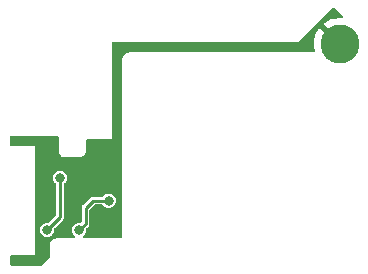
<source format=gbr>
%TF.GenerationSoftware,KiCad,Pcbnew,(6.0.8)*%
%TF.CreationDate,2022-11-07T16:33:32-05:00*%
%TF.ProjectId,3-input-or-gate,332d696e-7075-4742-9d6f-722d67617465,rev?*%
%TF.SameCoordinates,Original*%
%TF.FileFunction,Copper,L2,Bot*%
%TF.FilePolarity,Positive*%
%FSLAX46Y46*%
G04 Gerber Fmt 4.6, Leading zero omitted, Abs format (unit mm)*
G04 Created by KiCad (PCBNEW (6.0.8)) date 2022-11-07 16:33:32*
%MOMM*%
%LPD*%
G01*
G04 APERTURE LIST*
%TA.AperFunction,ComponentPad*%
%ADD10C,3.302000*%
%TD*%
%TA.AperFunction,ViaPad*%
%ADD11C,0.800000*%
%TD*%
%TA.AperFunction,Conductor*%
%ADD12C,0.250000*%
%TD*%
G04 APERTURE END LIST*
D10*
%TO.P,,9*%
%TO.N,GND*%
X170080000Y-83590000D03*
%TD*%
D11*
%TO.N,VCC5V*%
X146420000Y-94965000D03*
X145335000Y-99365000D03*
%TO.N,C*%
X148040000Y-99374500D03*
%TO.N,GND*%
X148000000Y-96940000D03*
%TO.N,C*%
X150529062Y-96884500D03*
%TD*%
D12*
%TO.N,C*%
X148575000Y-98839500D02*
X148040000Y-99374500D01*
X149180500Y-96884500D02*
X148575000Y-97490000D01*
X150529062Y-96884500D02*
X149180500Y-96884500D01*
X148575000Y-97490000D02*
X148575000Y-98839500D01*
%TO.N,VCC5V*%
X145335000Y-99365000D02*
X146420000Y-98280000D01*
X146420000Y-98280000D02*
X146420000Y-94965000D01*
%TD*%
%TA.AperFunction,Conductor*%
%TO.N,GND*%
G36*
X169636851Y-80547188D02*
G01*
X169677852Y-80573123D01*
X170359236Y-81217832D01*
X170394971Y-81279180D01*
X170391866Y-81350109D01*
X170350907Y-81408099D01*
X170285098Y-81434739D01*
X170254885Y-81434100D01*
X170242744Y-81432372D01*
X170234195Y-81431744D01*
X169948404Y-81430247D01*
X169939870Y-81430784D01*
X169656517Y-81468089D01*
X169648119Y-81469782D01*
X169372457Y-81545195D01*
X169364370Y-81548011D01*
X169101496Y-81660136D01*
X169093857Y-81664029D01*
X168848632Y-81810792D01*
X168841603Y-81815677D01*
X168757629Y-81882954D01*
X168749160Y-81895078D01*
X168755555Y-81906345D01*
X170350115Y-83500905D01*
X170384141Y-83563217D01*
X170379076Y-83634032D01*
X170350115Y-83679095D01*
X170169095Y-83860115D01*
X170106783Y-83894141D01*
X170035968Y-83889076D01*
X169990905Y-83860115D01*
X168395617Y-82264827D01*
X168383607Y-82258269D01*
X168371867Y-82267237D01*
X168243300Y-82446157D01*
X168238788Y-82453433D01*
X168105052Y-82706017D01*
X168101573Y-82713831D01*
X168003356Y-82982220D01*
X168000967Y-82990443D01*
X167940083Y-83269684D01*
X167938834Y-83278140D01*
X167916410Y-83563068D01*
X167916321Y-83571619D01*
X167932772Y-83856940D01*
X167933845Y-83865439D01*
X167987662Y-84139742D01*
X167981149Y-84210439D01*
X167937448Y-84266392D01*
X167864019Y-84290000D01*
X152400000Y-84290000D01*
X152100000Y-84360000D01*
X152091273Y-84365402D01*
X152091274Y-84365402D01*
X151947382Y-84454478D01*
X151944624Y-84456061D01*
X151943196Y-84457013D01*
X151937642Y-84459962D01*
X151936843Y-84460618D01*
X151934452Y-84461364D01*
X151934952Y-84462172D01*
X151897060Y-84485629D01*
X151897057Y-84485631D01*
X151890000Y-84490000D01*
X151858375Y-84523734D01*
X151846470Y-84534887D01*
X151811759Y-84563412D01*
X151807779Y-84568303D01*
X151752571Y-84636139D01*
X151746767Y-84642782D01*
X151740000Y-84650000D01*
X151739084Y-84651628D01*
X151735846Y-84654102D01*
X151737112Y-84655133D01*
X151719846Y-84676349D01*
X151708910Y-84689787D01*
X151633186Y-84834058D01*
X151636997Y-84835595D01*
X151637000Y-84835950D01*
X151637000Y-84841000D01*
X151635774Y-84847118D01*
X151637000Y-84853606D01*
X151637000Y-99949000D01*
X151616998Y-100017121D01*
X151590142Y-100040392D01*
X148427243Y-100058128D01*
X148416584Y-100054998D01*
X148370091Y-100001342D01*
X148359987Y-99931068D01*
X148389481Y-99866488D01*
X148408001Y-99849037D01*
X148461736Y-99807805D01*
X148468282Y-99802782D01*
X148480595Y-99786736D01*
X148559509Y-99683892D01*
X148564536Y-99677341D01*
X148625044Y-99531262D01*
X148645682Y-99374500D01*
X148636882Y-99307659D01*
X148647821Y-99237511D01*
X148672709Y-99202118D01*
X148791222Y-99083605D01*
X148799326Y-99076178D01*
X148828194Y-99051955D01*
X148833704Y-99042412D01*
X148833707Y-99042408D01*
X148847036Y-99019321D01*
X148852941Y-99010051D01*
X148868232Y-98988213D01*
X148874554Y-98979184D01*
X148877407Y-98968536D01*
X148878886Y-98965365D01*
X148880078Y-98962089D01*
X148885588Y-98952545D01*
X148892134Y-98915424D01*
X148894508Y-98904717D01*
X148904263Y-98868307D01*
X148900979Y-98830769D01*
X148900500Y-98819788D01*
X148900500Y-97677017D01*
X148920502Y-97608896D01*
X148937405Y-97587921D01*
X149278423Y-97246904D01*
X149340735Y-97212879D01*
X149367518Y-97210000D01*
X149959776Y-97210000D01*
X150027897Y-97230002D01*
X150059739Y-97259296D01*
X150100780Y-97312782D01*
X150226221Y-97409036D01*
X150372300Y-97469544D01*
X150380488Y-97470622D01*
X150450681Y-97479863D01*
X150529062Y-97490182D01*
X150537250Y-97489104D01*
X150677636Y-97470622D01*
X150685824Y-97469544D01*
X150831903Y-97409036D01*
X150957344Y-97312782D01*
X151053598Y-97187341D01*
X151114106Y-97041262D01*
X151134744Y-96884500D01*
X151114106Y-96727738D01*
X151053598Y-96581659D01*
X150957344Y-96456218D01*
X150831903Y-96359964D01*
X150685824Y-96299456D01*
X150529062Y-96278818D01*
X150372300Y-96299456D01*
X150226221Y-96359964D01*
X150100780Y-96456218D01*
X150095757Y-96462764D01*
X150059739Y-96509704D01*
X150002401Y-96551571D01*
X149959776Y-96559000D01*
X149200210Y-96559000D01*
X149189228Y-96558520D01*
X149162675Y-96556197D01*
X149162670Y-96556197D01*
X149151693Y-96555237D01*
X149115283Y-96564992D01*
X149104576Y-96567366D01*
X149067455Y-96573912D01*
X149057911Y-96579422D01*
X149054635Y-96580614D01*
X149051464Y-96582093D01*
X149040816Y-96584946D01*
X149031787Y-96591268D01*
X149009949Y-96606559D01*
X149000679Y-96612464D01*
X148977592Y-96625793D01*
X148977588Y-96625796D01*
X148968045Y-96631306D01*
X148960960Y-96639750D01*
X148943825Y-96660170D01*
X148936400Y-96668273D01*
X148358778Y-97245896D01*
X148350674Y-97253322D01*
X148321806Y-97277545D01*
X148316293Y-97287094D01*
X148302961Y-97310185D01*
X148297055Y-97319456D01*
X148275446Y-97350316D01*
X148272592Y-97360966D01*
X148271115Y-97364134D01*
X148269923Y-97367410D01*
X148264412Y-97376955D01*
X148259642Y-97404009D01*
X148257870Y-97414058D01*
X148255492Y-97424785D01*
X148245736Y-97461193D01*
X148246697Y-97472178D01*
X148246697Y-97472180D01*
X148249020Y-97498728D01*
X148249500Y-97509710D01*
X148249500Y-98652483D01*
X148229498Y-98720604D01*
X148212595Y-98741578D01*
X148212382Y-98741791D01*
X148150070Y-98775817D01*
X148106842Y-98777618D01*
X148040000Y-98768818D01*
X147883238Y-98789456D01*
X147737159Y-98849964D01*
X147611718Y-98946218D01*
X147515464Y-99071659D01*
X147454956Y-99217738D01*
X147434318Y-99374500D01*
X147454956Y-99531262D01*
X147515464Y-99677341D01*
X147520491Y-99683892D01*
X147599406Y-99786736D01*
X147611718Y-99802782D01*
X147618264Y-99807805D01*
X147671999Y-99849037D01*
X147713866Y-99906375D01*
X147718088Y-99977246D01*
X147683324Y-100039149D01*
X147639236Y-100062546D01*
X146310000Y-100070000D01*
X146155000Y-100075000D01*
X146154019Y-100075032D01*
X146153996Y-100075032D01*
X146109902Y-100076454D01*
X146109855Y-100074770D01*
X146109848Y-100074771D01*
X146107513Y-100075121D01*
X146107511Y-100075122D01*
X146095543Y-100076918D01*
X146095410Y-100076922D01*
X146094702Y-100076862D01*
X146094715Y-100076945D01*
X146000000Y-100080000D01*
X145968337Y-100096887D01*
X145964629Y-100098417D01*
X145907114Y-100122148D01*
X145842538Y-100148793D01*
X145836383Y-100153316D01*
X145767157Y-100204183D01*
X145700000Y-100240000D01*
X145671588Y-100301559D01*
X145645403Y-100332982D01*
X145640511Y-100338853D01*
X145579445Y-100464514D01*
X145550323Y-100601158D01*
X145550570Y-100608790D01*
X145550570Y-100608794D01*
X145553600Y-100702277D01*
X145551242Y-100730953D01*
X145551000Y-100732169D01*
X145551000Y-100729802D01*
X145550765Y-100729235D01*
X145550000Y-100728918D01*
X145549235Y-100729235D01*
X145549000Y-100729802D01*
X145549000Y-101235153D01*
X145548889Y-101240442D01*
X145530273Y-101683509D01*
X145527761Y-101692065D01*
X144760000Y-102400000D01*
X142278120Y-102400000D01*
X142274707Y-102398998D01*
X142228214Y-102345342D01*
X142220000Y-102309407D01*
X142220000Y-101566289D01*
X142221399Y-101561125D01*
X142274064Y-101513513D01*
X142328807Y-101501000D01*
X144299802Y-101501000D01*
X144300000Y-101501082D01*
X144300765Y-101500765D01*
X144301000Y-101500198D01*
X144301082Y-101500000D01*
X144301000Y-101499802D01*
X144301000Y-100074196D01*
X146109769Y-100074196D01*
X146109846Y-100074708D01*
X146109828Y-100074172D01*
X146109769Y-100074196D01*
X144301000Y-100074196D01*
X144301000Y-99365000D01*
X144729318Y-99365000D01*
X144749956Y-99521762D01*
X144810464Y-99667841D01*
X144906718Y-99793282D01*
X145032159Y-99889536D01*
X145178238Y-99950044D01*
X145335000Y-99970682D01*
X145343188Y-99969604D01*
X145483574Y-99951122D01*
X145491762Y-99950044D01*
X145637841Y-99889536D01*
X145763282Y-99793282D01*
X145859536Y-99667841D01*
X145920044Y-99521762D01*
X145940682Y-99365000D01*
X145931882Y-99298157D01*
X145942821Y-99228010D01*
X145967709Y-99192617D01*
X146636215Y-98524111D01*
X146644319Y-98516684D01*
X146664749Y-98499541D01*
X146673194Y-98492455D01*
X146678707Y-98482906D01*
X146692039Y-98459815D01*
X146697945Y-98450544D01*
X146713230Y-98428715D01*
X146719554Y-98419684D01*
X146722408Y-98409034D01*
X146723885Y-98405866D01*
X146725077Y-98402590D01*
X146730588Y-98393045D01*
X146737130Y-98355942D01*
X146739509Y-98345210D01*
X146749264Y-98308807D01*
X146745979Y-98271257D01*
X146745500Y-98260276D01*
X146745500Y-95534286D01*
X146765502Y-95466165D01*
X146794796Y-95434323D01*
X146841736Y-95398305D01*
X146848282Y-95393282D01*
X146944536Y-95267841D01*
X147005044Y-95121762D01*
X147025682Y-94965000D01*
X147005044Y-94808238D01*
X146944536Y-94662159D01*
X146848282Y-94536718D01*
X146722841Y-94440464D01*
X146576762Y-94379956D01*
X146420000Y-94359318D01*
X146263238Y-94379956D01*
X146117159Y-94440464D01*
X145991718Y-94536718D01*
X145895464Y-94662159D01*
X145834956Y-94808238D01*
X145814318Y-94965000D01*
X145834956Y-95121762D01*
X145895464Y-95267841D01*
X145991718Y-95393282D01*
X145998264Y-95398305D01*
X146045204Y-95434323D01*
X146087071Y-95491661D01*
X146094500Y-95534286D01*
X146094500Y-98092984D01*
X146074498Y-98161105D01*
X146057595Y-98182079D01*
X145507383Y-98732291D01*
X145445071Y-98766317D01*
X145401843Y-98768118D01*
X145335000Y-98759318D01*
X145178238Y-98779956D01*
X145032159Y-98840464D01*
X144906718Y-98936718D01*
X144901695Y-98943264D01*
X144884911Y-98965138D01*
X144810464Y-99062159D01*
X144749956Y-99208238D01*
X144729318Y-99365000D01*
X144301000Y-99365000D01*
X144301000Y-92300198D01*
X144301082Y-92300000D01*
X144300765Y-92299235D01*
X144300198Y-92299000D01*
X144300000Y-92298918D01*
X144299802Y-92299000D01*
X144201667Y-92299000D01*
X142257500Y-92270549D01*
X142220916Y-92228329D01*
X142238602Y-91423629D01*
X142274658Y-91392386D01*
X142327000Y-91381000D01*
X143949415Y-91381000D01*
X146226754Y-91408977D01*
X146245898Y-91414752D01*
X146291995Y-91468748D01*
X146303000Y-91520246D01*
X146303000Y-92560593D01*
X146302477Y-92572060D01*
X146295357Y-92649977D01*
X146293820Y-92666791D01*
X146310985Y-92793891D01*
X146313484Y-92800539D01*
X146313486Y-92800546D01*
X146327127Y-92836830D01*
X146329388Y-92844683D01*
X146330000Y-92890000D01*
X146352139Y-92906895D01*
X146352139Y-92906896D01*
X146354002Y-92908318D01*
X146356117Y-92913943D01*
X146426934Y-93020873D01*
X146432081Y-93025769D01*
X146432082Y-93025771D01*
X146470788Y-93062594D01*
X146519855Y-93109275D01*
X146525965Y-93112897D01*
X146525969Y-93112900D01*
X146621586Y-93169582D01*
X146630181Y-93174677D01*
X146752332Y-93213773D01*
X146786382Y-93216653D01*
X146789556Y-93217102D01*
X146789235Y-93217235D01*
X146788918Y-93218000D01*
X146789235Y-93218765D01*
X146789802Y-93219000D01*
X146808796Y-93219000D01*
X146819417Y-93219448D01*
X146880130Y-93224584D01*
X146880031Y-93221082D01*
X146880786Y-93220743D01*
X146880921Y-93220390D01*
X146894689Y-93219000D01*
X147568000Y-93219000D01*
X147810000Y-93230000D01*
X147859400Y-93220120D01*
X147866342Y-93219516D01*
X147866393Y-93220097D01*
X147877474Y-93219000D01*
X147937699Y-93219000D01*
X147959741Y-93222072D01*
X147959363Y-93225106D01*
X148098160Y-93225313D01*
X148232859Y-93191831D01*
X148355406Y-93126663D01*
X148458475Y-93033704D01*
X148535906Y-92918513D01*
X148583068Y-92787974D01*
X148592687Y-92693607D01*
X148610000Y-92660000D01*
X148591864Y-92079651D01*
X148591864Y-92079632D01*
X148591061Y-92053940D01*
X148591000Y-92050004D01*
X148591000Y-91821000D01*
X148611002Y-91752879D01*
X148664658Y-91706386D01*
X148694015Y-91700000D01*
X150740000Y-91700000D01*
X150740002Y-91699219D01*
X150740007Y-91696948D01*
X150753884Y-91695000D01*
X150775198Y-91695000D01*
X150775765Y-91694765D01*
X150776082Y-91694000D01*
X150775765Y-91693235D01*
X150775198Y-91693000D01*
X150769823Y-91693000D01*
X150771174Y-91691911D01*
X150772888Y-91675987D01*
X150774000Y-91668719D01*
X150774000Y-91670198D01*
X150774235Y-91670765D01*
X150775000Y-91671082D01*
X150775765Y-91670765D01*
X150776000Y-91670198D01*
X150776000Y-83552000D01*
X150796002Y-83483879D01*
X150849658Y-83437386D01*
X150902000Y-83426000D01*
X157597784Y-83426000D01*
X157598263Y-83426001D01*
X166540000Y-83460000D01*
X166574880Y-83426035D01*
X166578337Y-83429585D01*
X166578993Y-83428772D01*
X166575845Y-83425571D01*
X166624030Y-83378176D01*
X166624482Y-83377734D01*
X168159525Y-81882954D01*
X169503350Y-80574377D01*
X169566109Y-80541182D01*
X169636851Y-80547188D01*
G37*
%TD.AperFunction*%
%TD*%
%TA.AperFunction,Conductor*%
%TO.N,GND*%
G36*
X144376392Y-91381003D02*
G01*
X146177928Y-91394249D01*
X146245898Y-91414752D01*
X146281163Y-91456060D01*
X146300000Y-92445000D01*
X146290000Y-92755000D01*
X146333965Y-92862469D01*
X146349713Y-92900964D01*
X146380000Y-92975000D01*
X146419365Y-93009444D01*
X146426934Y-93020873D01*
X146432081Y-93025769D01*
X146432082Y-93025771D01*
X146470788Y-93062594D01*
X146519855Y-93109275D01*
X146525965Y-93112897D01*
X146525969Y-93112900D01*
X146621586Y-93169582D01*
X146630181Y-93174677D01*
X146752332Y-93213773D01*
X146786382Y-93216653D01*
X146789556Y-93217102D01*
X146789235Y-93217235D01*
X146788918Y-93218000D01*
X146789235Y-93218765D01*
X146789802Y-93219000D01*
X146808796Y-93219000D01*
X146819417Y-93219448D01*
X146880130Y-93224584D01*
X146880031Y-93221082D01*
X146880786Y-93220743D01*
X146880921Y-93220390D01*
X146894689Y-93219000D01*
X147746525Y-93219000D01*
X147749500Y-93219036D01*
X147959497Y-93224036D01*
X147959363Y-93225106D01*
X148098160Y-93225313D01*
X148135856Y-93215943D01*
X148150000Y-93215000D01*
X148162492Y-93209322D01*
X148225356Y-93193696D01*
X148232859Y-93191831D01*
X148355406Y-93126663D01*
X148366647Y-93116524D01*
X148370000Y-93115000D01*
X148373011Y-93110785D01*
X148452733Y-93038883D01*
X148452734Y-93038882D01*
X148458475Y-93033704D01*
X148535906Y-92918513D01*
X148556154Y-92862469D01*
X148562065Y-92846110D01*
X148570000Y-92835000D01*
X148570763Y-92822034D01*
X148580440Y-92795249D01*
X148580441Y-92795246D01*
X148583068Y-92787974D01*
X148586430Y-92755000D01*
X148595306Y-92667917D01*
X148595306Y-92667916D01*
X148597143Y-92649892D01*
X148593088Y-92649977D01*
X148592755Y-92649219D01*
X148592472Y-92649109D01*
X148591000Y-92633156D01*
X148591000Y-92127316D01*
X148591026Y-92124745D01*
X148591881Y-92082843D01*
X148591914Y-92081235D01*
X148591914Y-92081227D01*
X148597690Y-91798217D01*
X148611002Y-91752879D01*
X148664658Y-91706386D01*
X148717000Y-91695000D01*
X150104645Y-91695000D01*
X150105416Y-91695003D01*
X151610000Y-91705000D01*
X151637000Y-99238000D01*
X151637000Y-99949000D01*
X151616998Y-100017121D01*
X151563342Y-100063614D01*
X151511000Y-100075000D01*
X148484705Y-100075000D01*
X148416584Y-100054998D01*
X148370091Y-100001342D01*
X148359987Y-99931068D01*
X148389481Y-99866488D01*
X148408001Y-99849037D01*
X148461736Y-99807805D01*
X148468282Y-99802782D01*
X148480595Y-99786736D01*
X148559509Y-99683892D01*
X148564536Y-99677341D01*
X148625044Y-99531262D01*
X148645682Y-99374500D01*
X148636882Y-99307659D01*
X148647821Y-99237511D01*
X148672709Y-99202118D01*
X148791222Y-99083605D01*
X148799326Y-99076178D01*
X148828194Y-99051955D01*
X148833704Y-99042412D01*
X148833707Y-99042408D01*
X148847036Y-99019321D01*
X148852941Y-99010051D01*
X148868232Y-98988213D01*
X148874554Y-98979184D01*
X148877407Y-98968536D01*
X148878886Y-98965365D01*
X148880078Y-98962089D01*
X148885588Y-98952545D01*
X148892134Y-98915424D01*
X148894508Y-98904717D01*
X148904263Y-98868307D01*
X148900979Y-98830769D01*
X148900500Y-98819788D01*
X148900500Y-97677017D01*
X148920502Y-97608896D01*
X148937405Y-97587921D01*
X149278423Y-97246904D01*
X149340735Y-97212879D01*
X149367518Y-97210000D01*
X149959776Y-97210000D01*
X150027897Y-97230002D01*
X150059739Y-97259296D01*
X150100780Y-97312782D01*
X150226221Y-97409036D01*
X150372300Y-97469544D01*
X150380488Y-97470622D01*
X150450681Y-97479863D01*
X150529062Y-97490182D01*
X150537250Y-97489104D01*
X150677636Y-97470622D01*
X150685824Y-97469544D01*
X150831903Y-97409036D01*
X150957344Y-97312782D01*
X151053598Y-97187341D01*
X151114106Y-97041262D01*
X151134744Y-96884500D01*
X151114106Y-96727738D01*
X151053598Y-96581659D01*
X150957344Y-96456218D01*
X150831903Y-96359964D01*
X150685824Y-96299456D01*
X150529062Y-96278818D01*
X150372300Y-96299456D01*
X150226221Y-96359964D01*
X150100780Y-96456218D01*
X150095757Y-96462764D01*
X150059739Y-96509704D01*
X150002401Y-96551571D01*
X149959776Y-96559000D01*
X149200210Y-96559000D01*
X149189228Y-96558520D01*
X149162675Y-96556197D01*
X149162670Y-96556197D01*
X149151693Y-96555237D01*
X149115283Y-96564992D01*
X149104576Y-96567366D01*
X149067455Y-96573912D01*
X149057911Y-96579422D01*
X149054635Y-96580614D01*
X149051464Y-96582093D01*
X149040816Y-96584946D01*
X149031787Y-96591268D01*
X149009949Y-96606559D01*
X149000679Y-96612464D01*
X148977592Y-96625793D01*
X148977588Y-96625796D01*
X148968045Y-96631306D01*
X148960960Y-96639750D01*
X148943825Y-96660170D01*
X148936400Y-96668273D01*
X148358778Y-97245896D01*
X148350674Y-97253322D01*
X148321806Y-97277545D01*
X148316293Y-97287094D01*
X148302961Y-97310185D01*
X148297055Y-97319456D01*
X148275446Y-97350316D01*
X148272592Y-97360966D01*
X148271115Y-97364134D01*
X148269923Y-97367410D01*
X148264412Y-97376955D01*
X148259642Y-97404009D01*
X148257870Y-97414058D01*
X148255492Y-97424785D01*
X148245736Y-97461193D01*
X148246697Y-97472178D01*
X148246697Y-97472180D01*
X148249020Y-97498728D01*
X148249500Y-97509710D01*
X148249500Y-98652483D01*
X148229498Y-98720604D01*
X148212595Y-98741578D01*
X148212382Y-98741791D01*
X148150070Y-98775817D01*
X148106842Y-98777618D01*
X148040000Y-98768818D01*
X147883238Y-98789456D01*
X147737159Y-98849964D01*
X147611718Y-98946218D01*
X147515464Y-99071659D01*
X147454956Y-99217738D01*
X147434318Y-99374500D01*
X147454956Y-99531262D01*
X147515464Y-99677341D01*
X147520491Y-99683892D01*
X147599406Y-99786736D01*
X147611718Y-99802782D01*
X147618264Y-99807805D01*
X147671999Y-99849037D01*
X147713866Y-99906375D01*
X147718088Y-99977246D01*
X147683324Y-100039149D01*
X147620612Y-100072430D01*
X147595295Y-100075000D01*
X146109861Y-100075000D01*
X146109855Y-100074770D01*
X146109848Y-100074771D01*
X146108320Y-100075000D01*
X146100000Y-100075000D01*
X146095102Y-100076896D01*
X146094702Y-100076862D01*
X146094729Y-100077040D01*
X146071059Y-100080592D01*
X145979243Y-100094370D01*
X145979240Y-100094371D01*
X145971689Y-100095504D01*
X145964629Y-100098417D01*
X145907114Y-100122148D01*
X145842538Y-100148793D01*
X145729952Y-100231521D01*
X145725062Y-100237389D01*
X145725059Y-100237392D01*
X145645403Y-100332982D01*
X145640511Y-100338853D01*
X145579445Y-100464514D01*
X145577851Y-100471994D01*
X145572193Y-100498541D01*
X145540000Y-100575000D01*
X145540000Y-101650381D01*
X145519998Y-101718502D01*
X145500138Y-101742339D01*
X145029578Y-102183117D01*
X145026326Y-102186058D01*
X144795232Y-102387899D01*
X144730768Y-102417646D01*
X144712346Y-102419000D01*
X142342828Y-102419000D01*
X142274707Y-102398998D01*
X142228214Y-102345342D01*
X142216856Y-102295652D01*
X142202835Y-101629652D01*
X142221399Y-101561125D01*
X142274064Y-101513513D01*
X142328807Y-101501000D01*
X144299802Y-101501000D01*
X144300000Y-101501082D01*
X144300765Y-101500765D01*
X144301000Y-101500198D01*
X144301082Y-101500000D01*
X144301000Y-101499802D01*
X144301000Y-100579000D01*
X144301551Y-100074196D01*
X146109769Y-100074196D01*
X146109846Y-100074708D01*
X146109828Y-100074172D01*
X146109769Y-100074196D01*
X144301551Y-100074196D01*
X144302325Y-99365000D01*
X144729318Y-99365000D01*
X144749956Y-99521762D01*
X144810464Y-99667841D01*
X144906718Y-99793282D01*
X145032159Y-99889536D01*
X145178238Y-99950044D01*
X145335000Y-99970682D01*
X145343188Y-99969604D01*
X145483574Y-99951122D01*
X145491762Y-99950044D01*
X145637841Y-99889536D01*
X145763282Y-99793282D01*
X145859536Y-99667841D01*
X145920044Y-99521762D01*
X145940682Y-99365000D01*
X145931882Y-99298157D01*
X145942821Y-99228010D01*
X145967709Y-99192617D01*
X146636215Y-98524111D01*
X146644319Y-98516684D01*
X146664749Y-98499541D01*
X146673194Y-98492455D01*
X146678707Y-98482906D01*
X146692039Y-98459815D01*
X146697945Y-98450544D01*
X146713230Y-98428715D01*
X146719554Y-98419684D01*
X146722408Y-98409034D01*
X146723885Y-98405866D01*
X146725077Y-98402590D01*
X146730588Y-98393045D01*
X146737130Y-98355942D01*
X146739509Y-98345210D01*
X146749264Y-98308807D01*
X146745979Y-98271257D01*
X146745500Y-98260276D01*
X146745500Y-95534286D01*
X146765502Y-95466165D01*
X146794796Y-95434323D01*
X146841736Y-95398305D01*
X146848282Y-95393282D01*
X146944536Y-95267841D01*
X147005044Y-95121762D01*
X147025682Y-94965000D01*
X147005044Y-94808238D01*
X146944536Y-94662159D01*
X146848282Y-94536718D01*
X146722841Y-94440464D01*
X146576762Y-94379956D01*
X146420000Y-94359318D01*
X146263238Y-94379956D01*
X146117159Y-94440464D01*
X145991718Y-94536718D01*
X145895464Y-94662159D01*
X145834956Y-94808238D01*
X145814318Y-94965000D01*
X145834956Y-95121762D01*
X145895464Y-95267841D01*
X145991718Y-95393282D01*
X145998264Y-95398305D01*
X146045204Y-95434323D01*
X146087071Y-95491661D01*
X146094500Y-95534286D01*
X146094500Y-98092984D01*
X146074498Y-98161105D01*
X146057595Y-98182079D01*
X145507383Y-98732291D01*
X145445071Y-98766317D01*
X145401843Y-98768118D01*
X145335000Y-98759318D01*
X145178238Y-98779956D01*
X145032159Y-98840464D01*
X144906718Y-98936718D01*
X144901695Y-98943264D01*
X144884911Y-98965138D01*
X144810464Y-99062159D01*
X144749956Y-99208238D01*
X144729318Y-99365000D01*
X144302325Y-99365000D01*
X144310000Y-92335000D01*
X144301000Y-92334914D01*
X144301000Y-92300198D01*
X144301082Y-92300000D01*
X144300765Y-92299235D01*
X144300198Y-92299000D01*
X144300000Y-92298918D01*
X144299802Y-92299000D01*
X142332942Y-92299000D01*
X142264821Y-92278998D01*
X142218328Y-92225342D01*
X142206973Y-92175741D01*
X142201030Y-91902380D01*
X142201000Y-91899642D01*
X142201000Y-91507000D01*
X142221002Y-91438879D01*
X142274658Y-91392386D01*
X142327000Y-91381000D01*
X144375466Y-91381000D01*
X144376392Y-91381003D01*
G37*
%TD.AperFunction*%
%TD*%
M02*

</source>
